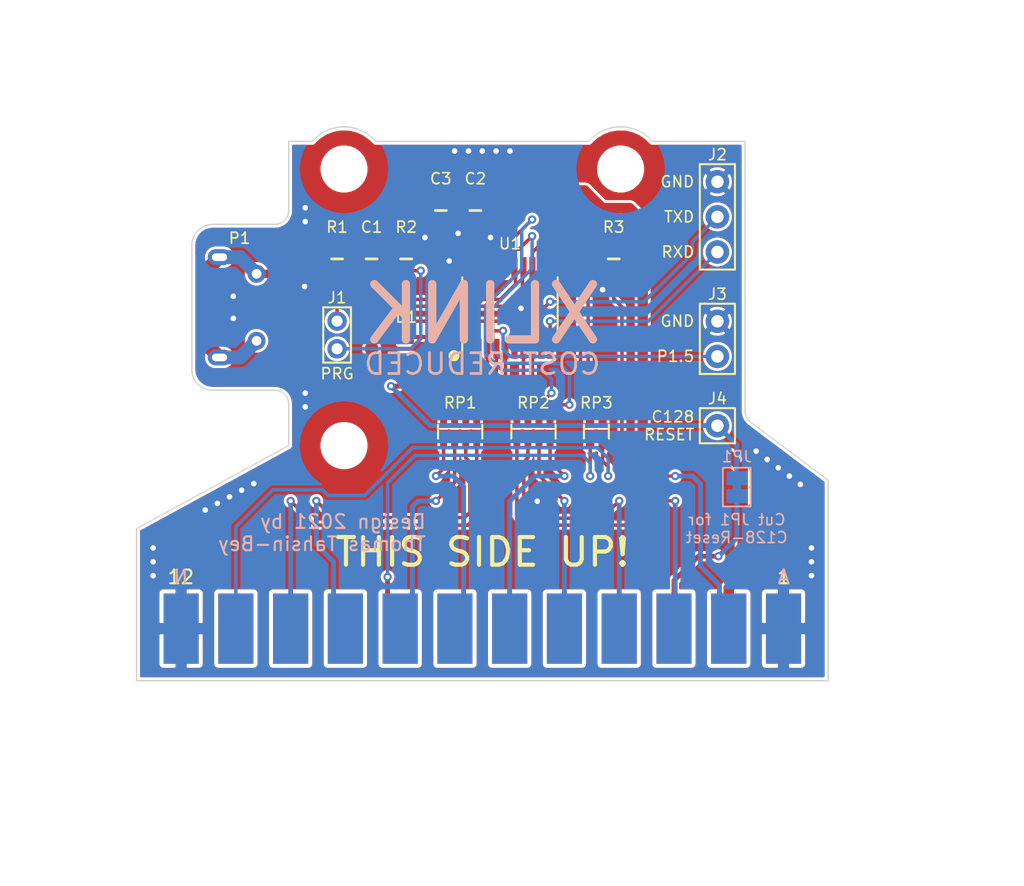
<source format=kicad_pcb>
(kicad_pcb (version 20171130) (host pcbnew "(5.1.6)-1")
  (layers (0 F.Cu signal) (31 B.Cu signal) (34 B.Paste user) (35 F.Paste user) (36 B.SilkS user) (37 F.SilkS user) (38 B.Mask user) (39 F.Mask user) (44 Edge.Cuts user))
  (net 0 "")
  (net 1 GND)
  (net 2 +5V)
  (net 3 "Net-(D1-Pad1)")
  (net 4 "Net-(C1-Pad2)")
  (net 5 "Net-(D1-Pad2)")
  (net 6 "Net-(P1-Pad2)")
  (net 7 "Net-(RP1-Pad1)")
  (net 8 "Net-(RP1-Pad2)")
  (net 9 "Net-(RP1-Pad4)")
  (net 10 "Net-(P2-PadH)")
  (net 11 "Net-(P2-PadJ)")
  (net 12 "Net-(P2-PadK)")
  (net 13 "Net-(P2-PadL)")
  (net 14 "Net-(RP2-Pad1)")
  (net 15 "Net-(RP2-Pad2)")
  (net 16 "Net-(RP2-Pad3)")
  (net 17 "Net-(RP2-Pad4)")
  (net 18 "Net-(P2-PadC)")
  (net 19 "Net-(P2-PadD)")
  (net 20 "Net-(P2-PadE)")
  (net 21 "Net-(P2-PadF)")
  (net 22 "Net-(RP3-Pad1)")
  (net 23 "Net-(P2-Pad8)")
  (net 24 "Net-(P2-PadB)")
  (net 25 "Net-(P2-PadM)")
  (net 26 +3V3)
  (net 27 "Net-(J1-Pad2)")
  (net 28 "Net-(J1-Pad1)")
  (net 29 "Net-(R3-Pad2)")
  (net 30 "Net-(RP3-Pad2)")
  (net 31 "Net-(J3-Pad2)")
  (net 32 "Net-(J2-Pad2)")
  (net 33 "Net-(JP1-Pad2)")
  (net 34 "Net-(J2-Pad3)")
  (net 35 "Net-(J5-Pad1)")
  (module TTB_MyLib:TTB_Pinhead_1x3_Rahmen (layer F.Cu) (at 172 81.46 270)
    (fp_text reference J2 (at -4.5 0) (layer F.SilkS) (effects (font (size 0.8 0.8) (thickness 0.12))))
    (fp_text value Serial hide)
    (pad 3 thru_hole circle (at 2.54 0 270) (size 1.7 1.7) (drill 0.9) (layers *.Cu *.Mask) (net 34 "Net-(J2-Pad3)"))
    (pad 2 thru_hole circle (at 0 0 270) (size 1.7 1.7) (drill 0.9) (layers *.Cu *.Mask) (net 32 "Net-(J2-Pad2)"))
    (pad 1 thru_hole circle (at -2.54 0 270) (size 1.7 1.7) (drill 0.9) (layers *.Cu *.Mask) (net 1 GND))
  )
  (module Mounting_Holes:MountingHole_3mm (layer F.Cu) (at 145 78)
    (fp_text reference MH1 hide)
    (fp_text value Hole hide)
    (pad 1 np_thru_hole circle (at 0 0) (size 3 3) (drill 3) (layers *.Cu *.Mask))
  )
  (module Mounting_Holes:MountingHole_3mm (layer F.Cu) (at 165 78)
    (fp_text reference MH2 hide)
    (fp_text value Hole hide)
    (pad 1 np_thru_hole circle (at 0 0) (size 3 3) (drill 3) (layers *.Cu *.Mask))
  )
  (module Mounting_Holes:MountingHole_3mm (layer F.Cu) (at 145 98)
    (fp_text reference MH3 hide)
    (fp_text value Hole hide)
    (pad 1 np_thru_hole circle (at 0 0) (size 3 3) (drill 3) (layers *.Cu *.Mask))
  )
  (module TTB_MyLib:TTB_C0603 (layer F.Cu) (at 152 81 270)
    (fp_text reference C3 (at -2.3 0) (layer F.SilkS) (effects (font (size 0.8 0.8) (thickness 0.12))))
    (fp_text value 100nF hide)
    (pad 1 smd rect (at -0.85 0 270) (size 1.1 1) (layers F.Cu F.Paste F.Mask) (net 1 GND))
    (pad 2 smd rect (at 0.85 0 270) (size 1.1 1) (layers F.Cu F.Paste F.Mask) (net 26 +3V3))
  )
  (module TTB_MyLib:TTB_C0603 (layer F.Cu) (at 154.5 81 270)
    (fp_text reference C2 (at -2.3 0) (layer F.SilkS) (effects (font (size 0.8 0.8) (thickness 0.12))))
    (fp_text value 100nF hide)
    (pad 1 smd rect (at -0.85 0 270) (size 1.1 1) (layers F.Cu F.Paste F.Mask) (net 1 GND))
    (pad 2 smd rect (at 0.85 0 270) (size 1.1 1) (layers F.Cu F.Paste F.Mask) (net 2 +5V))
  )
  (module TTB_MyLib:TTB_C0603 (layer F.Cu) (at 147 84.5 270)
    (fp_text reference C1 (at -2.3 0) (layer F.SilkS) (effects (font (size 0.8 0.8) (thickness 0.12))))
    (fp_text value 4,7nF hide)
    (pad 1 smd rect (at -0.85 0 270) (size 1.1 1) (layers F.Cu F.Paste F.Mask) (net 1 GND))
    (pad 2 smd rect (at 0.85 0 270) (size 1.1 1) (layers F.Cu F.Paste F.Mask) (net 4 "Net-(C1-Pad2)"))
  )
  (module TTB_MyLib:TTB_R0603 (layer F.Cu) (at 144.5 84.5 270)
    (fp_text reference R1 (at -2.3 0) (layer F.SilkS) (effects (font (size 0.8 0.8) (thickness 0.12))))
    (fp_text value 1M hide)
    (pad 1 smd rect (at -0.85 0 270) (size 1 1.1) (layers F.Cu F.Paste F.Mask) (net 1 GND))
    (pad 2 smd rect (at 0.85 0 270) (size 1 1.1) (layers F.Cu F.Paste F.Mask) (net 4 "Net-(C1-Pad2)"))
  )
  (module TTB_MyLib:TTB_RNet1206_4R (layer F.Cu) (at 158.7 97 180)
    (fp_text reference RP2 (at 0 2.1 180) (layer F.SilkS) (effects (font (size 0.8 0.8) (thickness 0.12))))
    (fp_text value 470R hide)
    (pad 1 smd rect (at -1.2 0.8 180) (size 0.5 0.9) (layers F.Cu F.Paste F.Mask) (net 14 "Net-(RP2-Pad1)"))
    (pad 2 smd rect (at -0.4 0.8 180) (size 0.5 0.9) (layers F.Cu F.Paste F.Mask) (net 15 "Net-(RP2-Pad2)"))
    (pad 3 smd rect (at 0.4 0.8 180) (size 0.5 0.9) (layers F.Cu F.Paste F.Mask) (net 16 "Net-(RP2-Pad3)"))
    (pad 4 smd rect (at 1.2 0.8 180) (size 0.5 0.9) (layers F.Cu F.Paste F.Mask) (net 17 "Net-(RP2-Pad4)"))
    (pad 5 smd rect (at 1.2 -0.8 180) (size 0.5 0.9) (layers F.Cu F.Paste F.Mask) (net 18 "Net-(P2-PadC)"))
    (pad 6 smd rect (at 0.4 -0.8 180) (size 0.5 0.9) (layers F.Cu F.Paste F.Mask) (net 19 "Net-(P2-PadD)"))
    (pad 7 smd rect (at -0.4 -0.8 180) (size 0.5 0.9) (layers F.Cu F.Paste F.Mask) (net 20 "Net-(P2-PadE)"))
    (pad 8 smd rect (at -1.2 -0.8 180) (size 0.5 0.9) (layers F.Cu F.Paste F.Mask) (net 21 "Net-(P2-PadF)"))
  )
  (module TTB_MyLib:TTB_RNet1206_4R (layer F.Cu) (at 153.4 97 180)
    (fp_text reference RP1 (at 0 2.1 180) (layer F.SilkS) (effects (font (size 0.8 0.8) (thickness 0.12))))
    (fp_text value 470R hide)
    (pad 1 smd rect (at -1.2 0.8 180) (size 0.5 0.9) (layers F.Cu F.Paste F.Mask) (net 7 "Net-(RP1-Pad1)"))
    (pad 2 smd rect (at -0.4 0.8 180) (size 0.5 0.9) (layers F.Cu F.Paste F.Mask) (net 8 "Net-(RP1-Pad2)"))
    (pad 3 smd rect (at 0.4 0.8 180) (size 0.5 0.9) (layers F.Cu F.Paste F.Mask) (net 31 "Net-(J3-Pad2)"))
    (pad 4 smd rect (at 1.2 0.8 180) (size 0.5 0.9) (layers F.Cu F.Paste F.Mask) (net 9 "Net-(RP1-Pad4)"))
    (pad 5 smd rect (at 1.2 -0.8 180) (size 0.5 0.9) (layers F.Cu F.Paste F.Mask) (net 10 "Net-(P2-PadH)"))
    (pad 6 smd rect (at 0.4 -0.8 180) (size 0.5 0.9) (layers F.Cu F.Paste F.Mask) (net 11 "Net-(P2-PadJ)"))
    (pad 7 smd rect (at -0.4 -0.8 180) (size 0.5 0.9) (layers F.Cu F.Paste F.Mask) (net 12 "Net-(P2-PadK)"))
    (pad 8 smd rect (at -1.2 -0.8 180) (size 0.5 0.9) (layers F.Cu F.Paste F.Mask) (net 13 "Net-(P2-PadL)"))
  )
  (module TTB_MyLib:TTB_D0603 (layer F.Cu) (at 149.5 91 270)
    (fp_text reference D1 (at -2.3 0) (layer F.SilkS) (effects (font (size 0.8 0.8) (thickness 0.12))))
    (fp_text value CD4148WTP hide)
    (pad 1 smd rect (at -0.85 0 270) (size 1 1.1) (layers F.Cu F.Paste F.Mask) (net 3 "Net-(D1-Pad1)"))
    (pad 2 smd rect (at 0.85 0 270) (size 1 1.1) (layers F.Cu F.Paste F.Mask) (net 5 "Net-(D1-Pad2)"))
  )
  (module TTB_MyLib:TTB_C64_Userport (layer F.Cu) (at 155 112.5)
    (fp_text reference P2 hide)
    (fp_text value C64_Userport hide)
    (pad 7 connect rect (at -1.9788 -1.27) (size 2.54 5.08) (layers F.Cu F.Mask) (clearance 0.3))
    (pad 6 connect rect (at 1.9788 -1.27) (size 2.54 5.08) (layers F.Cu F.Mask) (clearance 0.3))
    (pad 1 connect rect (at 21.7788 -1.27) (size 2.54 5.08) (layers F.Cu F.Mask) (net 1 GND) (clearance 0.3) (thermal_gap 0.3))
    (pad 2 connect rect (at 17.8188 -1.27) (size 2.54 5.08) (layers F.Cu F.Mask) (net 2 +5V) (clearance 0.3))
    (pad 3 connect rect (at 13.8588 -1.27) (size 2.54 5.08) (layers F.Cu F.Mask) (net 33 "Net-(JP1-Pad2)") (clearance 0.3))
    (pad 10 connect rect (at -13.8588 -1.27) (size 2.54 5.08) (layers F.Cu F.Mask) (clearance 0.3))
    (pad 11 connect rect (at -17.8188 -1.27) (size 2.54 5.08) (layers F.Cu F.Mask) (clearance 0.3))
    (pad 12 connect rect (at -21.7788 -1.27) (size 2.54 5.08) (layers F.Cu F.Mask) (net 1 GND) (clearance 0.3) (thermal_gap 0.3))
    (pad 4 connect rect (at 9.8988 -1.27) (size 2.54 5.08) (layers F.Cu F.Mask) (clearance 0.3))
    (pad 9 connect rect (at -9.8988 -1.27) (size 2.54 5.08) (layers F.Cu F.Mask) (clearance 0.3))
    (pad 5 connect rect (at 5.9388 -1.27) (size 2.54 5.08) (layers F.Cu F.Mask) (clearance 0.3))
    (pad 8 connect rect (at -5.9388 -1.27) (size 2.54 5.08) (layers F.Cu F.Mask) (net 23 "Net-(P2-Pad8)") (clearance 0.3))
    (pad A connect rect (at 21.7788 -1.27) (size 2.54 5.08) (layers B.Cu B.Mask) (net 1 GND) (clearance 0.3) (thermal_gap 0.3))
    (pad B connect rect (at 17.8188 -1.27) (size 2.54 5.08) (layers B.Cu B.Mask) (net 24 "Net-(P2-PadB)") (clearance 0.3))
    (pad C connect rect (at 13.8588 -1.27) (size 2.54 5.08) (layers B.Cu B.Mask) (net 18 "Net-(P2-PadC)") (clearance 0.3))
    (pad D connect rect (at 9.8988 -1.27) (size 2.54 5.08) (layers B.Cu B.Mask) (net 19 "Net-(P2-PadD)") (clearance 0.3))
    (pad E connect rect (at 5.9388 -1.27) (size 2.54 5.08) (layers B.Cu B.Mask) (net 20 "Net-(P2-PadE)") (clearance 0.3))
    (pad F connect rect (at 1.9788 -1.27) (size 2.54 5.08) (layers B.Cu B.Mask) (net 21 "Net-(P2-PadF)") (clearance 0.3))
    (pad H connect rect (at -1.9788 -1.27) (size 2.54 5.08) (layers B.Cu B.Mask) (net 10 "Net-(P2-PadH)") (clearance 0.3))
    (pad J connect rect (at -5.9388 -1.27) (size 2.54 5.08) (layers B.Cu B.Mask) (net 11 "Net-(P2-PadJ)") (clearance 0.3))
    (pad K connect rect (at -9.8988 -1.27) (size 2.54 5.08) (layers B.Cu B.Mask) (net 12 "Net-(P2-PadK)") (clearance 0.3))
    (pad L connect rect (at -13.8588 -1.27) (size 2.54 5.08) (layers B.Cu B.Mask) (net 13 "Net-(P2-PadL)") (clearance 0.3))
    (pad M connect rect (at -17.8188 -1.27) (size 2.54 5.08) (layers B.Cu B.Mask) (net 25 "Net-(P2-PadM)") (clearance 0.3))
    (pad N connect rect (at -21.7788 -1.27) (size 2.54 5.08) (layers B.Cu B.Mask) (net 1 GND) (clearance 0.3) (thermal_gap 0.3))
  )
  (module Housings_SSOP:TSSOP-20_4.4x6.5mm_Pitch0.65mm (layer F.Cu) (at 157 88.05 90)
    (fp_text reference U1 (at 4.65 0 180) (layer F.SilkS) (effects (font (size 0.8 0.8) (thickness 0.12))))
    (fp_text value CH552T)
    (pad 1 smd rect (at -2.95 -2.925 90) (size 1.45 0.45) (layers F.Cu F.Paste F.Mask) (net 3 "Net-(D1-Pad1)"))
    (pad 2 smd rect (at -2.95 -2.275 90) (size 1.45 0.45) (layers F.Cu F.Paste F.Mask) (net 9 "Net-(RP1-Pad4)"))
    (pad 3 smd rect (at -2.95 -1.625 90) (size 1.45 0.45) (layers F.Cu F.Paste F.Mask) (net 31 "Net-(J3-Pad2)"))
    (pad 4 smd rect (at -2.95 -0.975 90) (size 1.45 0.45) (layers F.Cu F.Paste F.Mask) (net 8 "Net-(RP1-Pad2)"))
    (pad 5 smd rect (at -2.95 -0.325 90) (size 1.45 0.45) (layers F.Cu F.Paste F.Mask) (net 7 "Net-(RP1-Pad1)"))
    (pad 6 smd rect (at -2.95 0.325 90) (size 1.45 0.45) (layers F.Cu F.Paste F.Mask) (net 35 "Net-(J5-Pad1)"))
    (pad 7 smd rect (at -2.95 0.975 90) (size 1.45 0.45) (layers F.Cu F.Paste F.Mask) (net 17 "Net-(RP2-Pad4)"))
    (pad 8 smd rect (at -2.95 1.625 90) (size 1.45 0.45) (layers F.Cu F.Paste F.Mask) (net 16 "Net-(RP2-Pad3)"))
    (pad 9 smd rect (at -2.95 2.275 90) (size 1.45 0.45) (layers F.Cu F.Paste F.Mask) (net 32 "Net-(J2-Pad2)"))
    (pad 10 smd rect (at -2.95 2.925 90) (size 1.45 0.45) (layers F.Cu F.Paste F.Mask) (net 34 "Net-(J2-Pad3)"))
    (pad 11 smd rect (at 2.95 2.925 90) (size 1.45 0.45) (layers F.Cu F.Paste F.Mask) (net 30 "Net-(RP3-Pad2)"))
    (pad 12 smd rect (at 2.95 2.275 90) (size 1.45 0.45) (layers F.Cu F.Paste F.Mask) (net 22 "Net-(RP3-Pad1)"))
    (pad 13 smd rect (at 2.95 1.625 90) (size 1.45 0.45) (layers F.Cu F.Paste F.Mask) (net 29 "Net-(R3-Pad2)"))
    (pad 14 smd rect (at 2.95 0.975 90) (size 1.45 0.45) (layers F.Cu F.Paste F.Mask) (net 27 "Net-(J1-Pad2)"))
    (pad 15 smd rect (at 2.95 0.325 90) (size 1.45 0.45) (layers F.Cu F.Paste F.Mask) (net 6 "Net-(P1-Pad2)"))
    (pad 16 smd rect (at 2.95 -0.325 90) (size 1.45 0.45) (layers F.Cu F.Paste F.Mask) (net 14 "Net-(RP2-Pad1)"))
    (pad 17 smd rect (at 2.95 -0.975 90) (size 1.45 0.45) (layers F.Cu F.Paste F.Mask) (net 15 "Net-(RP2-Pad2)"))
    (pad 18 smd rect (at 2.95 -1.625 90) (size 1.45 0.45) (layers F.Cu F.Paste F.Mask) (net 1 GND))
    (pad 19 smd rect (at 2.95 -2.275 90) (size 1.45 0.45) (layers F.Cu F.Paste F.Mask) (net 2 +5V))
    (pad 20 smd rect (at 2.95 -2.925 90) (size 1.45 0.45) (layers F.Cu F.Paste F.Mask) (net 26 +3V3))
  )
  (module TTB_MyLib:TTB_R0603 (layer F.Cu) (at 149.5 84.5 90)
    (fp_text reference R2 (at 2.3 0 180) (layer F.SilkS) (effects (font (size 0.8 0.8) (thickness 0.12))))
    (fp_text value 20k hide)
    (pad 1 smd rect (at -0.85 0 90) (size 1 1.1) (layers F.Cu F.Paste F.Mask) (net 28 "Net-(J1-Pad1)"))
    (pad 2 smd rect (at 0.85 0 90) (size 1 1.1) (layers F.Cu F.Paste F.Mask) (net 26 +3V3))
  )
  (module TTB_MyLib:TTB_R0603 (layer F.Cu) (at 164.5 84.5 90)
    (fp_text reference R3 (at 2.3 0 180) (layer F.SilkS) (effects (font (size 0.8 0.8) (thickness 0.12))))
    (fp_text value 180R hide)
    (pad 1 smd rect (at -0.85 0 90) (size 1 1.1) (layers F.Cu F.Paste F.Mask) (net 24 "Net-(P2-PadB)"))
    (pad 2 smd rect (at 0.85 0 90) (size 1 1.1) (layers F.Cu F.Paste F.Mask) (net 29 "Net-(R3-Pad2)"))
  )
  (module TTB_MyLib:TTB_RNet1206_2R (layer F.Cu) (at 163.25 97 180)
    (fp_text reference RP3 (at 0 2.1 180) (layer F.SilkS) (effects (font (size 0.8 0.8) (thickness 0.12))))
    (fp_text value 1k0 hide)
    (pad 1 smd rect (at -0.45 0.8 180) (size 0.6 0.9) (layers F.Cu F.Paste F.Mask) (net 22 "Net-(RP3-Pad1)"))
    (pad 2 smd rect (at 0.45 0.8 180) (size 0.6 0.9) (layers F.Cu F.Paste F.Mask) (net 30 "Net-(RP3-Pad2)"))
    (pad 3 smd rect (at 0.45 -0.8 180) (size 0.6 0.9) (layers F.Cu F.Paste F.Mask) (net 23 "Net-(P2-Pad8)"))
    (pad 4 smd rect (at -0.45 -0.8 180) (size 0.6 0.9) (layers F.Cu F.Paste F.Mask) (net 25 "Net-(P2-PadM)"))
  )
  (module TTB_MyLib:TTB_USB-B_Micro_LCSC_C10418 (layer F.Cu) (at 136 88 90)
    (fp_text reference P1 (at 5 1.45 180) (layer F.SilkS) (effects (font (size 0.8 0.8) (thickness 0.12))))
    (fp_text value USB_Micro hide)
    (pad 1 smd rect (at 1.3 3.2 90) (size 0.4 1.6) (layers F.Cu F.Paste F.Mask))
    (pad 2 smd rect (at 0.65 3.2 90) (size 0.4 1.6) (layers F.Cu F.Paste F.Mask) (net 6 "Net-(P1-Pad2)"))
    (pad 4 smd rect (at -0.65 3.2 90) (size 0.4 1.6) (layers F.Cu F.Paste F.Mask))
    (pad 5 smd rect (at -1.3 3.2 90) (size 0.4 1.6) (layers F.Cu F.Paste F.Mask) (net 1 GND))
    (pad 3 smd rect (at 0 3.2 90) (size 0.4 1.6) (layers F.Cu F.Paste F.Mask) (net 27 "Net-(J1-Pad2)"))
    (pad 6 thru_hole circle (at 2.425 2.68 90) (size 1.3 1.3) (drill 0.7) (layers *.Cu *.Mask) (net 4 "Net-(C1-Pad2)"))
    (pad 6 thru_hole circle (at -2.425 2.68 90) (size 1.3 1.3) (drill 0.7) (layers *.Cu *.Mask) (net 4 "Net-(C1-Pad2)"))
    (pad 6 thru_hole oval (at 3.625 0 90) (size 1.15 1.7) (drill oval 0.55 1.1) (layers *.Cu *.Mask) (net 4 "Net-(C1-Pad2)"))
    (pad 6 thru_hole oval (at -3.625 0 90) (size 1.15 1.7) (drill oval 0.55 1.1) (layers *.Cu *.Mask) (net 4 "Net-(C1-Pad2)"))
    (pad 6 smd rect (at -1.6 -0.9 90) (size 1.5 1) (layers F.Cu F.Paste F.Mask) (net 4 "Net-(C1-Pad2)"))
    (pad 6 smd rect (at 1.6 -0.9 90) (size 1.5 1) (layers F.Cu F.Paste F.Mask) (net 4 "Net-(C1-Pad2)"))
  )
  (module TTB_MyLib:TTB_Pinhead_1x2_Rahmen (layer F.Cu) (at 172 90.28 270)
    (fp_text reference J3 (at -3.23 0) (layer F.SilkS) (effects (font (size 0.8 0.8) (thickness 0.12))))
    (fp_text value Prog hide)
    (pad 1 thru_hole circle (at -1.27 0 270) (size 1.7 1.7) (drill 0.9) (layers *.Cu *.Mask) (net 1 GND))
    (pad 2 thru_hole circle (at 1.27 0 270) (size 1.7 1.7) (drill 0.9) (layers *.Cu *.Mask) (net 31 "Net-(J3-Pad2)"))
  )
  (module TTB_MyLib:TTB_Pinhead_2x1_2mm (layer F.Cu) (at 144.5 90)
    (fp_text reference J1 (at 0 -2.7) (layer F.SilkS) (effects (font (size 0.8 0.8) (thickness 0.12))))
    (fp_text value Prog hide)
    (pad 1 thru_hole circle (at 0 1) (size 1.4 1.4) (drill 0.8) (layers *.Cu *.Mask) (net 28 "Net-(J1-Pad1)"))
    (pad 2 thru_hole circle (at 0 -1) (size 1.4 1.4) (drill 0.8) (layers *.Cu *.Mask) (net 27 "Net-(J1-Pad2)"))
  )
  (module TTB_MyLib:TTB_Pinhead_1x1_Rahmen (layer F.Cu) (at 172 96.56 270)
    (fp_text reference J4 (at -1.96 0) (layer F.SilkS) (effects (font (size 0.8 0.8) (thickness 0.12))))
    (fp_text value C128-Reset hide)
    (pad 1 thru_hole circle (at 0 0 270) (size 1.7 1.7) (drill 0.9) (layers *.Cu *.Mask) (net 5 "Net-(D1-Pad2)"))
  )
  (module Jumper:SolderJumper-2_P1.3mm_Bridged_Pad1.0x1.5mm (layer B.Cu) (at 173.4 101 270)
    (fp_text reference JP1 (at -2.2 0 180) (layer B.SilkS) (effects (font (size 0.8 0.8) (thickness 0.12)) (justify mirror)))
    (fp_text value "Cut for C128-Reset" hide)
    (fp_poly (pts (xy -0.25 0.3) (xy 0.25 0.3) (xy 0.25 -0.3) (xy -0.25 -0.3)) (layer B.Cu) (width 0))
    (pad 1 smd rect (at -0.65 0 270) (size 1 1.5) (layers B.Cu B.Mask) (net 5 "Net-(D1-Pad2)"))
    (pad 2 smd rect (at 0.65 0 270) (size 1 1.5) (layers B.Cu B.Mask) (net 33 "Net-(JP1-Pad2)"))
  )
  (module Measurement_Points:Measurement_Point_Round-SMD-Pad_Small (layer F.Cu) (at 147 91)
    (fp_text reference J5 hide)
    (fp_text value Reset hide)
    (pad 1 smd circle (at 0 0) (size 1 1) (layers F.Cu F.Mask) (net 35 "Net-(J5-Pad1)"))
  )
  (gr_text XLINK (at 155 88.5) (layer B.SilkS) (effects (font (size 4 4) (thickness 0.6)) (justify mirror)))
  (gr_text "Cut JP1 for\nC128-Reset" (at 173.4 104) (layer B.SilkS) (effects (font (size 0.8 0.8) (thickness 0.12)) (justify mirror)))
  (gr_text "C128\nRESET" (at 170.4 96.56) (layer F.SilkS) (effects (font (size 0.8 0.8) (thickness 0.12)) (justify right)))
  (gr_text PRG (at 144.5 92.8) (layer F.SilkS) (effects (font (size 0.8 0.8) (thickness 0.12))))
  (gr_text P1.5 (at 170.4 91.54) (layer F.SilkS) (effects (font (size 0.8 0.8) (thickness 0.12)) (justify right)))
  (gr_text GND (at 170.4 89) (layer F.SilkS) (effects (font (size 0.8 0.8) (thickness 0.12)) (justify right)))
  (gr_text RXD (at 170.4 84) (layer F.SilkS) (effects (font (size 0.8 0.8) (thickness 0.12)) (justify right)))
  (gr_text TXD (at 170.4 81.46) (layer F.SilkS) (effects (font (size 0.8 0.8) (thickness 0.12)) (justify right)))
  (gr_text GND (at 170.4 78.92) (layer F.SilkS) (effects (font (size 0.8 0.8) (thickness 0.12)) (justify right)))
  (gr_arc (start 175 95.5) (end 174.4 96.3) (angle 53.1) (layer Edge.Cuts) (width 0.1))
  (gr_line (start 174.4 96.3) (end 180 100.5) (layer Edge.Cuts) (width 0.1))
  (gr_line (start 174 76) (end 174 95.500525) (layer Edge.Cuts) (width 0.1))
  (gr_text "COST REDUCED" (at 155 92.1) (layer B.SilkS) (effects (font (size 1.5 1.5) (thickness 0.2)) (justify mirror)))
  (gr_arc (start 140 95) (end 140 94) (angle 90) (layer Edge.Cuts) (width 0.1))
  (gr_arc (start 140 81) (end 141 81) (angle 90) (layer Edge.Cuts) (width 0.1))
  (gr_circle (center 152.95 91.5) (end 153.15 91.5) (layer F.SilkS) (width 0.4))
  (gr_arc (start 135.5 92.5) (end 135.5 94) (angle 90) (layer Edge.Cuts) (width 0.1))
  (gr_arc (start 135.5 83.5) (end 134 83.5) (angle 90) (layer Edge.Cuts) (width 0.1))
  (gr_text "THIS SIDE UP!" (at 155 105.7) (layer F.SilkS) (effects (font (size 2 2) (thickness 0.3))))
  (gr_text "Design 2021 by\nThomas Tahsin-Bey" (at 151 104.3) (layer B.SilkS) (effects (font (size 1 1)) (justify left mirror)))
  (gr_text A (at 176.8 107.5) (layer B.SilkS) (effects (font (size 1 1)) (justify mirror)))
  (gr_text N (at 133.2 107.5) (layer B.SilkS) (effects (font (size 1 1)) (justify mirror)))
  (gr_text 1 (at 176.8 107.5) (layer F.SilkS) (effects (font (size 1 1))))
  (gr_text 12 (at 133.2 107.5) (layer F.SilkS) (effects (font (size 1 1))))
  (gr_arc (start 165 78) (end 162.7 76) (angle 97.9818262) (layer Edge.Cuts) (width 0.1))
  (gr_arc (start 145 78) (end 142.7 76) (angle 97.9818262) (layer Edge.Cuts) (width 0.1))
  (gr_line (start 147.3 76) (end 162.7 76) (layer Edge.Cuts) (width 0.1))
  (gr_line (start 167.3 76) (end 174 76) (layer Edge.Cuts) (width 0.1))
  (gr_line (start 141 76) (end 142.7 76) (layer Edge.Cuts) (width 0.1))
  (gr_line (start 141 76) (end 141 81) (layer Edge.Cuts) (width 0.1))
  (gr_line (start 130 104) (end 141 98) (layer Edge.Cuts) (width 0.1))
  (gr_line (start 135.5 82) (end 140 82) (layer Edge.Cuts) (width 0.1))
  (gr_line (start 135.5 94) (end 140 94) (layer Edge.Cuts) (width 0.1))
  (gr_line (start 134 83.5) (end 134 92.5) (layer Edge.Cuts) (width 0.1))
  (gr_line (start 141 95) (end 141 98) (layer Edge.Cuts) (width 0.1))
  (gr_line (start 180 115) (end 180 100.5) (layer Edge.Cuts) (width 0.1))
  (gr_line (start 130 115) (end 130 104) (layer Edge.Cuts) (width 0.1))
  (gr_line (start 130 115) (end 180 115) (layer Edge.Cuts) (width 0.1))
  (segment (start 141.15 89.75) (end 140.7 89.3) (width 0.25) (layer F.Cu) (net 1))
  (segment (start 142.2 94.2) (end 142.2 93.15) (width 0.25) (layer F.Cu) (net 1))
  (segment (start 141.15 89.75) (end 141.15 92.1) (width 0.25) (layer F.Cu) (net 1))
  (segment (start 141.15 92.1) (end 142.2 93.15) (width 0.25) (layer F.Cu) (net 1))
  (via (at 142.15 86.5) (size 0.8) (drill 0.4) (layers F.Cu B.Cu) (net 1))
  (segment (start 142.15 86.5) (end 143 85.65) (width 0.25) (layer B.Cu) (net 1))
  (segment (start 143 85.65) (end 143.6 85.65) (width 0.25) (layer B.Cu) (net 1))
  (segment (start 143.6 85.65) (end 146.3 82.95) (width 0.25) (layer B.Cu) (net 1))
  (segment (start 146.3 82.95) (end 150.85 82.95) (width 0.25) (layer B.Cu) (net 1))
  (segment (start 137.59829 101.224047) (end 137.997581 101.224047) (width 0.25) (layer F.Cu) (net 1))
  (segment (start 137.997581 101.224047) (end 138.476272 100.745356) (width 0.25) (layer F.Cu) (net 1))
  (segment (start 136.720308 101.702738) (end 137.119599 101.702738) (width 0.25) (layer F.Cu) (net 1))
  (segment (start 137.119599 101.702738) (end 137.59829 101.224047) (width 0.25) (layer F.Cu) (net 1))
  (segment (start 135.842326 102.181429) (end 136.241617 102.181429) (width 0.25) (layer F.Cu) (net 1))
  (segment (start 136.241617 102.181429) (end 136.720308 101.702738) (width 0.25) (layer F.Cu) (net 1))
  (segment (start 134.964344 102.66012) (end 135.363635 102.66012) (width 0.25) (layer F.Cu) (net 1))
  (segment (start 135.363635 102.66012) (end 135.842326 102.181429) (width 0.25) (layer F.Cu) (net 1))
  (via (at 138.476272 100.745356) (size 0.6) (drill 0.4) (layers F.Cu B.Cu) (net 1))
  (via (at 137.59829 101.224047) (size 0.6) (drill 0.4) (layers F.Cu B.Cu) (net 1))
  (via (at 136.720308 101.702738) (size 0.6) (drill 0.4) (layers F.Cu B.Cu) (net 1))
  (via (at 135.842326 102.181429) (size 0.6) (drill 0.4) (layers F.Cu B.Cu) (net 1))
  (segment (start 134.25 104.25) (end 134.964344 103.535656) (width 0.25) (layer F.Cu) (net 1))
  (segment (start 134.964344 103.535656) (end 134.964344 102.66012) (width 0.25) (layer F.Cu) (net 1))
  (via (at 134.964344 102.66012) (size 0.6) (drill 0.4) (layers F.Cu B.Cu) (net 1))
  (segment (start 134.25 104.25) (end 132.35 104.25) (width 0.25) (layer F.Cu) (net 1))
  (segment (start 132.35 104.25) (end 131.2 105.4) (width 0.25) (layer F.Cu) (net 1))
  (segment (start 142.2 80.8) (end 147.05 80.8) (width 0.25) (layer F.Cu) (net 1))
  (segment (start 147.05 80.8) (end 148.8 79.05) (width 0.25) (layer F.Cu) (net 1))
  (segment (start 142.2 81.8) (end 142.2 80.8) (width 0.25) (layer F.Cu) (net 1))
  (segment (start 141.4 83.35) (end 142.2 82.55) (width 0.25) (layer F.Cu) (net 1))
  (segment (start 142.2 82.55) (end 142.2 81.8) (width 0.25) (layer F.Cu) (net 1))
  (segment (start 156 76.7) (end 157 76.7) (width 0.25) (layer F.Cu) (net 1))
  (segment (start 155 76.7) (end 156 76.7) (width 0.25) (layer F.Cu) (net 1))
  (segment (start 154 76.7) (end 155 76.7) (width 0.25) (layer F.Cu) (net 1))
  (segment (start 153 76.7) (end 154 76.7) (width 0.25) (layer F.Cu) (net 1))
  (segment (start 149.65 76.7) (end 153 76.7) (width 0.25) (layer F.Cu) (net 1))
  (segment (start 148.8 77.55) (end 149.65 76.7) (width 0.25) (layer F.Cu) (net 1))
  (segment (start 148.8 79.05) (end 148.8 77.55) (width 0.25) (layer F.Cu) (net 1))
  (via (at 153 76.7) (size 0.6) (drill 0.4) (layers F.Cu B.Cu) (net 1))
  (via (at 157 76.7) (size 0.6) (drill 0.4) (layers F.Cu B.Cu) (net 1))
  (via (at 156 76.7) (size 0.6) (drill 0.4) (layers F.Cu B.Cu) (net 1))
  (via (at 155 76.7) (size 0.6) (drill 0.4) (layers F.Cu B.Cu) (net 1))
  (via (at 154 76.7) (size 0.6) (drill 0.4) (layers F.Cu B.Cu) (net 1))
  (segment (start 139.05 83.35) (end 141.4 83.35) (width 0.25) (layer F.Cu) (net 1))
  (segment (start 137 85.4) (end 139.05 83.35) (width 0.25) (layer F.Cu) (net 1))
  (segment (start 137 87.2) (end 137 85.4) (width 0.25) (layer F.Cu) (net 1))
  (via (at 142.2 80.8) (size 0.6) (drill 0.4) (layers F.Cu B.Cu) (net 1))
  (via (at 142.2 81.8) (size 0.6) (drill 0.4) (layers F.Cu B.Cu) (net 1))
  (via (at 150.85 82.95) (size 0.8) (drill 0.4) (layers F.Cu B.Cu) (net 1))
  (segment (start 137 88.8) (end 137 87.2) (width 0.25) (layer F.Cu) (net 1))
  (via (at 137 87.2) (size 0.6) (drill 0.4) (layers F.Cu B.Cu) (net 1))
  (segment (start 139.2 89.3) (end 137.5 89.3) (width 0.25) (layer F.Cu) (net 1))
  (segment (start 137.5 89.3) (end 137 88.8) (width 0.25) (layer F.Cu) (net 1))
  (via (at 137 88.8) (size 0.6) (drill 0.4) (layers F.Cu B.Cu) (net 1))
  (segment (start 140.7 89.3) (end 139.2 89.3) (width 0.25) (layer F.Cu) (net 1))
  (segment (start 154.3 82.65) (end 154.6 82.95) (width 0.25) (layer B.Cu) (net 1))
  (segment (start 154.6 82.95) (end 155.6 82.95) (width 0.25) (layer B.Cu) (net 1))
  (segment (start 153.25 82.65) (end 154.3 82.65) (width 0.25) (layer B.Cu) (net 1))
  (via (at 153.25 82.65) (size 0.8) (drill 0.4) (layers F.Cu B.Cu) (net 1))
  (segment (start 155.375 83.625) (end 155.6 83.4) (width 0.25) (layer F.Cu) (net 1))
  (segment (start 155.6 83.4) (end 155.6 82.95) (width 0.25) (layer F.Cu) (net 1))
  (via (at 155.6 82.95) (size 0.8) (drill 0.4) (layers F.Cu B.Cu) (net 1))
  (segment (start 155.375 85.1) (end 155.375 83.625) (width 0.25) (layer F.Cu) (net 1))
  (segment (start 175.6 99) (end 175.4 99) (width 0.25) (layer F.Cu) (net 1))
  (segment (start 175.4 99) (end 174.8 98.4) (width 0.25) (layer F.Cu) (net 1))
  (segment (start 176.4 99.6) (end 176.2 99.6) (width 0.25) (layer F.Cu) (net 1))
  (segment (start 176.2 99.6) (end 175.6 99) (width 0.25) (layer F.Cu) (net 1))
  (segment (start 177.2 100.2) (end 177 100.2) (width 0.25) (layer F.Cu) (net 1))
  (segment (start 177 100.2) (end 176.4 99.6) (width 0.25) (layer F.Cu) (net 1))
  (segment (start 178 100.8) (end 177.8 100.8) (width 0.25) (layer F.Cu) (net 1))
  (segment (start 177.8 100.8) (end 177.2 100.2) (width 0.25) (layer F.Cu) (net 1))
  (segment (start 178.8 102.4) (end 178.8 101.6) (width 0.25) (layer F.Cu) (net 1))
  (segment (start 178.8 101.6) (end 178 100.8) (width 0.25) (layer F.Cu) (net 1))
  (via (at 178 100.8) (size 0.6) (drill 0.4) (layers F.Cu B.Cu) (net 1))
  (segment (start 142.2 98.2) (end 142.2 95.2) (width 0.25) (layer F.Cu) (net 1))
  (via (at 142.2 95.2) (size 0.6) (drill 0.4) (layers F.Cu B.Cu) (net 1))
  (segment (start 142.2 95.2) (end 142.2 94.2) (width 0.25) (layer F.Cu) (net 1))
  (via (at 142.2 94.2) (size 0.6) (drill 0.4) (layers F.Cu B.Cu) (net 1))
  (segment (start 142.2 98.2) (end 135 105.4) (width 0.25) (layer F.Cu) (net 1))
  (segment (start 135 105.4) (end 131.2 105.4) (width 0.25) (layer F.Cu) (net 1))
  (segment (start 131.2 106.4) (end 131.2 105.4) (width 0.25) (layer F.Cu) (net 1))
  (via (at 131.2 105.4) (size 0.6) (drill 0.4) (layers F.Cu B.Cu) (net 1))
  (segment (start 131.2 107.4) (end 131.2 106.4) (width 0.25) (layer F.Cu) (net 1))
  (via (at 131.2 106.4) (size 0.6) (drill 0.4) (layers F.Cu B.Cu) (net 1))
  (segment (start 133.2212 108.0212) (end 132.6 107.4) (width 0.25) (layer F.Cu) (net 1))
  (segment (start 132.6 107.4) (end 131.2 107.4) (width 0.25) (layer F.Cu) (net 1))
  (via (at 131.2 107.4) (size 0.6) (drill 0.4) (layers F.Cu B.Cu) (net 1))
  (segment (start 133.2212 111.23) (end 133.2212 108.0212) (width 0.25) (layer F.Cu) (net 1))
  (segment (start 133.2212 111.23) (end 133.2212 107.8212) (width 0.25) (layer F.Cu) (net 1))
  (via (at 174.8 98.4) (size 0.6) (drill 0.4) (layers F.Cu B.Cu) (net 1))
  (via (at 175.6 99) (size 0.6) (drill 0.4) (layers F.Cu B.Cu) (net 1))
  (via (at 176.4 99.6) (size 0.6) (drill 0.4) (layers F.Cu B.Cu) (net 1))
  (via (at 177.2 100.2) (size 0.6) (drill 0.4) (layers F.Cu B.Cu) (net 1))
  (segment (start 178.8 105.4) (end 178.8 102.4) (width 0.25) (layer F.Cu) (net 1))
  (via (at 178.8 105.4) (size 0.6) (drill 0.4) (layers F.Cu B.Cu) (net 1))
  (segment (start 178.8 106.4) (end 178.8 105.4) (width 0.25) (layer F.Cu) (net 1))
  (via (at 178.8 106.4) (size 0.6) (drill 0.4) (layers F.Cu B.Cu) (net 1))
  (segment (start 178.8 107.4) (end 178.8 106.4) (width 0.25) (layer F.Cu) (net 1))
  (segment (start 177.2 107.4) (end 178.8 107.4) (width 0.25) (layer F.Cu) (net 1))
  (via (at 178.8 107.4) (size 0.6) (drill 0.4) (layers F.Cu B.Cu) (net 1))
  (segment (start 176.7788 107.8212) (end 177.2 107.4) (width 0.25) (layer F.Cu) (net 1))
  (segment (start 176.7788 111.23) (end 176.7788 107.8212) (width 0.25) (layer F.Cu) (net 1))
  (via (at 163.7 86.725) (size 0.8) (drill 0.4) (layers F.Cu B.Cu) (net 1))
  (via (at 158.975 102.025) (size 0.8) (drill 0.4) (layers F.Cu B.Cu) (net 1))
  (segment (start 155.6 82.95) (end 155.6 81.25) (width 0.25) (layer B.Cu) (net 1))
  (segment (start 155.6 81.25) (end 156.625 80.225) (width 0.25) (layer B.Cu) (net 1))
  (segment (start 156.625 80.225) (end 160.6 80.225) (width 0.25) (layer B.Cu) (net 1))
  (segment (start 160.6 80.225) (end 162.4 82.025) (width 0.25) (layer B.Cu) (net 1))
  (segment (start 162.4 85.425) (end 163.7 86.725) (width 0.25) (layer B.Cu) (net 1))
  (segment (start 162.4 82.025) (end 162.4 85.425) (width 0.25) (layer B.Cu) (net 1))
  (via (at 152.6 84.65) (size 0.8) (drill 0.4) (layers F.Cu B.Cu) (net 1))
  (segment (start 150.85 83.825) (end 150.85 82.95) (width 0.25) (layer B.Cu) (net 1))
  (segment (start 152.6 84.65) (end 151.675 84.65) (width 0.25) (layer B.Cu) (net 1))
  (segment (start 151.675 84.65) (end 150.85 83.825) (width 0.25) (layer B.Cu) (net 1))
  (segment (start 153.25 83.25) (end 153.25 82.65) (width 0.25) (layer B.Cu) (net 1))
  (segment (start 152.6 84.65) (end 152.6 83.9) (width 0.25) (layer B.Cu) (net 1))
  (segment (start 152.6 83.9) (end 153.25 83.25) (width 0.25) (layer B.Cu) (net 1))
  (segment (start 159.15 86.725) (end 163.7 86.725) (width 0.25) (layer B.Cu) (net 1))
  (via (at 157.8 88.075) (size 0.8) (drill 0.4) (layers F.Cu B.Cu) (net 1))
  (segment (start 157.8 88.075) (end 159.15 86.725) (width 0.25) (layer B.Cu) (net 1))
  (segment (start 154.725 85.1) (end 154.725 83.225) (width 0.4) (layer F.Cu) (net 2))
  (segment (start 154.5 83) (end 154.5 81.85) (width 0.4) (layer F.Cu) (net 2))
  (segment (start 154.725 83.225) (end 154.5 83) (width 0.4) (layer F.Cu) (net 2))
  (segment (start 172.8188 108.3062) (end 172.8188 111.23) (width 0.75) (layer F.Cu) (net 2))
  (segment (start 173.825 107.3) (end 172.8188 108.3062) (width 0.75) (layer F.Cu) (net 2))
  (segment (start 173.825 99.7) (end 173.825 107.3) (width 0.75) (layer F.Cu) (net 2))
  (segment (start 172.825 98.7) (end 173.825 99.7) (width 0.75) (layer F.Cu) (net 2))
  (segment (start 156.8 79.55) (end 162.4 79.55) (width 0.75) (layer F.Cu) (net 2))
  (segment (start 156.25 80.1) (end 156.8 79.55) (width 0.75) (layer F.Cu) (net 2))
  (segment (start 154.5 81.85) (end 155.65 81.85) (width 0.75) (layer F.Cu) (net 2))
  (segment (start 156.25 81.25) (end 156.25 80.1) (width 0.75) (layer F.Cu) (net 2))
  (segment (start 155.65 81.85) (end 156.25 81.25) (width 0.75) (layer F.Cu) (net 2))
  (segment (start 165.65 80.825) (end 166.6 81.775) (width 0.75) (layer F.Cu) (net 2))
  (segment (start 162.4 79.55) (end 163.675 80.825) (width 0.75) (layer F.Cu) (net 2))
  (segment (start 163.675 80.825) (end 165.65 80.825) (width 0.75) (layer F.Cu) (net 2))
  (segment (start 166.6 81.775) (end 166.6 97.85) (width 0.75) (layer F.Cu) (net 2))
  (segment (start 166.6 97.85) (end 167.45 98.7) (width 0.75) (layer F.Cu) (net 2))
  (segment (start 167.45 98.7) (end 172.825 98.7) (width 0.75) (layer F.Cu) (net 2))
  (segment (start 152.15 90.15) (end 149.5 90.15) (width 0.3) (layer F.Cu) (net 3))
  (segment (start 152.725 89.575) (end 152.15 90.15) (width 0.3) (layer F.Cu) (net 3))
  (segment (start 153.75 89.575) (end 152.725 89.575) (width 0.3) (layer F.Cu) (net 3))
  (segment (start 154.075 91) (end 154.075 89.9) (width 0.3) (layer F.Cu) (net 3))
  (segment (start 154.075 89.9) (end 153.75 89.575) (width 0.3) (layer F.Cu) (net 3))
  (segment (start 139.85 85.35) (end 139.625 85.575) (width 0.6) (layer F.Cu) (net 4))
  (segment (start 139.625 85.575) (end 138.68 85.575) (width 0.6) (layer F.Cu) (net 4))
  (segment (start 144.5 85.35) (end 139.85 85.35) (width 0.6) (layer F.Cu) (net 4))
  (segment (start 135.1 89.6) (end 135.1 90.725) (width 1) (layer F.Cu) (net 4))
  (segment (start 135.1 90.725) (end 136 91.625) (width 1) (layer F.Cu) (net 4))
  (segment (start 135.1 86.4) (end 135.1 89.6) (width 1) (layer F.Cu) (net 4))
  (segment (start 136 84.375) (end 135.1 85.275) (width 1) (layer F.Cu) (net 4))
  (segment (start 135.1 85.275) (end 135.1 86.4) (width 1) (layer F.Cu) (net 4))
  (segment (start 138.68 90.425) (end 137.48 91.625) (width 1) (layer B.Cu) (net 4))
  (segment (start 137.48 91.625) (end 136 91.625) (width 1) (layer B.Cu) (net 4))
  (segment (start 138.68 85.575) (end 137.48 84.375) (width 1) (layer B.Cu) (net 4))
  (segment (start 137.48 84.375) (end 136 84.375) (width 1) (layer B.Cu) (net 4))
  (segment (start 144.5 85.35) (end 147 85.35) (width 0.6) (layer F.Cu) (net 4))
  (via (at 148.4 93.7) (size 0.6) (drill 0.3) (layers F.Cu B.Cu) (net 5))
  (segment (start 171.99 96.55) (end 172 96.56) (width 0.35) (layer B.Cu) (net 5))
  (segment (start 148.4 93.7) (end 151.25 96.55) (width 0.35) (layer B.Cu) (net 5))
  (segment (start 151.25 96.55) (end 171.99 96.55) (width 0.35) (layer B.Cu) (net 5))
  (segment (start 173.4 97.96) (end 172 96.56) (width 0.35) (layer B.Cu) (net 5))
  (segment (start 173.4 97.96) (end 173.4 100.35) (width 0.35) (layer B.Cu) (net 5))
  (segment (start 148.975 93.7) (end 148.4 93.7) (width 0.35) (layer F.Cu) (net 5))
  (segment (start 149.5 91.85) (end 149.5 93.175) (width 0.35) (layer F.Cu) (net 5))
  (segment (start 149.5 93.175) (end 148.975 93.7) (width 0.35) (layer F.Cu) (net 5))
  (segment (start 140.92 87.35) (end 139.2 87.35) (width 0.25) (layer F.Cu) (net 6))
  (segment (start 157.4 85.175) (end 157.4 86.325) (width 0.25) (layer F.Cu) (net 6))
  (segment (start 141 87.43) (end 140.92 87.35) (width 0.25) (layer F.Cu) (net 6))
  (segment (start 157.325 85.1) (end 157.4 85.175) (width 0.25) (layer F.Cu) (net 6))
  (segment (start 156.295 87.43) (end 141 87.43) (width 0.25) (layer F.Cu) (net 6))
  (segment (start 157.4 86.325) (end 156.295 87.43) (width 0.25) (layer F.Cu) (net 6))
  (segment (start 154.6 95.05) (end 154.6 96.2) (width 0.25) (layer F.Cu) (net 7))
  (segment (start 156.675 91) (end 156.675 92.975) (width 0.25) (layer F.Cu) (net 7))
  (segment (start 156.675 92.975) (end 154.6 95.05) (width 0.25) (layer F.Cu) (net 7))
  (segment (start 153.8 95.05) (end 153.8 96.2) (width 0.25) (layer F.Cu) (net 8))
  (segment (start 156.025 91) (end 156.025 92.825) (width 0.25) (layer F.Cu) (net 8))
  (segment (start 156.025 92.825) (end 153.8 95.05) (width 0.25) (layer F.Cu) (net 8))
  (segment (start 152.2 95.05) (end 152.2 96.2) (width 0.25) (layer F.Cu) (net 9))
  (segment (start 154.725 91) (end 154.725 92.525) (width 0.25) (layer F.Cu) (net 9))
  (segment (start 154.725 92.525) (end 152.2 95.05) (width 0.25) (layer F.Cu) (net 9))
  (via (at 151.65 100.2) (size 0.6) (drill 0.3) (layers F.Cu B.Cu) (net 10))
  (segment (start 152.2 99.65) (end 152.2 97.8) (width 0.25) (layer F.Cu) (net 10))
  (segment (start 151.65 100.2) (end 152.2 99.65) (width 0.25) (layer F.Cu) (net 10))
  (segment (start 152.9 100.2) (end 151.65 100.2) (width 0.35) (layer B.Cu) (net 10))
  (segment (start 153.65 100.95) (end 152.9 100.2) (width 0.35) (layer B.Cu) (net 10))
  (segment (start 153.0212 111.23) (end 153.65 110.6012) (width 0.35) (layer B.Cu) (net 10))
  (segment (start 153.65 110.6012) (end 153.65 100.95) (width 0.35) (layer B.Cu) (net 10))
  (via (at 151.65 102) (size 0.6) (drill 0.3) (layers F.Cu B.Cu) (net 11))
  (segment (start 153 100.65) (end 153 97.8) (width 0.25) (layer F.Cu) (net 11))
  (segment (start 151.65 102) (end 153 100.65) (width 0.25) (layer F.Cu) (net 11))
  (segment (start 150.35 102) (end 151.65 102) (width 0.35) (layer B.Cu) (net 11))
  (segment (start 149.95 102.4) (end 150.35 102) (width 0.35) (layer B.Cu) (net 11))
  (segment (start 149.0612 111.23) (end 149.95 110.3412) (width 0.35) (layer B.Cu) (net 11))
  (segment (start 149.95 110.3412) (end 149.95 102.4) (width 0.35) (layer B.Cu) (net 11))
  (segment (start 145.1012 111.23) (end 144.25 110.3788) (width 0.35) (layer B.Cu) (net 12))
  (segment (start 144.25 110.3788) (end 144.25 106.4) (width 0.35) (layer B.Cu) (net 12))
  (segment (start 144.25 106.4) (end 143 105.15) (width 0.35) (layer B.Cu) (net 12))
  (segment (start 143 105.15) (end 143 102) (width 0.35) (layer B.Cu) (net 12))
  (via (at 143 102) (size 0.6) (drill 0.3) (layers F.Cu B.Cu) (net 12))
  (segment (start 153.8 98.875) (end 153.8 97.8) (width 0.25) (layer F.Cu) (net 12))
  (segment (start 144.2 103.2) (end 153.725 103.2) (width 0.25) (layer F.Cu) (net 12))
  (segment (start 143 102) (end 144.2 103.2) (width 0.25) (layer F.Cu) (net 12))
  (segment (start 153.725 103.2) (end 154.1 102.825) (width 0.25) (layer F.Cu) (net 12))
  (segment (start 154.1 102.825) (end 154.1 99.175) (width 0.25) (layer F.Cu) (net 12))
  (segment (start 154.1 99.175) (end 153.8 98.875) (width 0.25) (layer F.Cu) (net 12))
  (via (at 141.1412 102) (size 0.6) (drill 0.3) (layers F.Cu B.Cu) (net 13))
  (segment (start 141.1412 102) (end 141.1412 111.23) (width 0.35) (layer B.Cu) (net 13))
  (segment (start 154.6 103.1) (end 154.6 97.8) (width 0.25) (layer F.Cu) (net 13))
  (segment (start 153.95 103.75) (end 154.6 103.1) (width 0.25) (layer F.Cu) (net 13))
  (segment (start 141.1412 102) (end 142.8912 103.75) (width 0.25) (layer F.Cu) (net 13))
  (segment (start 142.8912 103.75) (end 153.95 103.75) (width 0.25) (layer F.Cu) (net 13))
  (via (at 161.3 95.05) (size 0.6) (drill 0.3) (layers F.Cu B.Cu) (net 14))
  (segment (start 156.85 83.8) (end 157.65 83.8) (width 0.25) (layer F.Cu) (net 14))
  (segment (start 157.65 83.8) (end 158.6 82.85) (width 0.25) (layer F.Cu) (net 14))
  (segment (start 156.675 83.975) (end 156.85 83.8) (width 0.25) (layer F.Cu) (net 14))
  (segment (start 156.675 85.1) (end 156.675 83.975) (width 0.25) (layer F.Cu) (net 14))
  (via (at 158.6 82.85) (size 0.6) (drill 0.3) (layers F.Cu B.Cu) (net 14))
  (segment (start 159.9 95.35) (end 159.9 96.2) (width 0.25) (layer F.Cu) (net 14))
  (segment (start 161.3 95.05) (end 160.2 95.05) (width 0.25) (layer F.Cu) (net 14))
  (segment (start 160.2 95.05) (end 159.9 95.35) (width 0.25) (layer F.Cu) (net 14))
  (segment (start 158.6 85.2) (end 158.6 82.85) (width 0.25) (layer B.Cu) (net 14))
  (segment (start 155.7625 88.0375) (end 158.6 85.2) (width 0.25) (layer B.Cu) (net 14))
  (segment (start 161.3 92.775) (end 160.575 92.05) (width 0.25) (layer B.Cu) (net 14))
  (segment (start 161.3 95.05) (end 161.3 92.775) (width 0.25) (layer B.Cu) (net 14))
  (segment (start 160.575 92.05) (end 156.75 92.05) (width 0.25) (layer B.Cu) (net 14))
  (segment (start 156.75 92.05) (end 155.7625 91.0625) (width 0.25) (layer B.Cu) (net 14))
  (segment (start 155.7625 91.0625) (end 155.7625 88.0375) (width 0.25) (layer B.Cu) (net 14))
  (segment (start 158.6 81.65) (end 157 83.25) (width 0.25) (layer F.Cu) (net 15))
  (segment (start 157 83.25) (end 156.65 83.25) (width 0.25) (layer F.Cu) (net 15))
  (segment (start 156.65 83.25) (end 156.025 83.875) (width 0.25) (layer F.Cu) (net 15))
  (segment (start 156.025 83.875) (end 156.025 85.1) (width 0.25) (layer F.Cu) (net 15))
  (via (at 160 94.2) (size 0.6) (drill 0.3) (layers F.Cu B.Cu) (net 15))
  (via (at 158.6 81.65) (size 0.6) (drill 0.3) (layers F.Cu B.Cu) (net 15))
  (segment (start 159.1 95.1) (end 159.1 96.2) (width 0.25) (layer F.Cu) (net 15))
  (segment (start 160 94.2) (end 159.1 95.1) (width 0.25) (layer F.Cu) (net 15))
  (segment (start 157.85 82.4) (end 158.6 81.65) (width 0.25) (layer B.Cu) (net 15))
  (segment (start 157.85 85.25) (end 157.85 82.4) (width 0.25) (layer B.Cu) (net 15))
  (segment (start 155.225 87.875) (end 157.85 85.25) (width 0.25) (layer B.Cu) (net 15))
  (segment (start 160 93.175) (end 159.375 92.55) (width 0.25) (layer B.Cu) (net 15))
  (segment (start 160 94.2) (end 160 93.175) (width 0.25) (layer B.Cu) (net 15))
  (segment (start 159.375 92.55) (end 156.425 92.55) (width 0.25) (layer B.Cu) (net 15))
  (segment (start 156.425 92.55) (end 155.225 91.35) (width 0.25) (layer B.Cu) (net 15))
  (segment (start 155.225 91.35) (end 155.225 87.875) (width 0.25) (layer B.Cu) (net 15))
  (segment (start 158.625 91) (end 158.625 93.775) (width 0.25) (layer F.Cu) (net 16))
  (segment (start 158.3 94.1) (end 158.3 96.2) (width 0.25) (layer F.Cu) (net 16))
  (segment (start 158.625 93.775) (end 158.3 94.1) (width 0.25) (layer F.Cu) (net 16))
  (segment (start 157.975 91) (end 157.975 93.525) (width 0.25) (layer F.Cu) (net 17))
  (segment (start 157.5 94) (end 157.5 96.2) (width 0.25) (layer F.Cu) (net 17))
  (segment (start 157.975 93.525) (end 157.5 94) (width 0.25) (layer F.Cu) (net 17))
  (segment (start 168.8588 111.23) (end 168.95 111.1388) (width 0.35) (layer B.Cu) (net 18))
  (segment (start 168.95 111.1388) (end 168.95 102) (width 0.35) (layer B.Cu) (net 18))
  (via (at 168.95 102) (size 0.6) (drill 0.3) (layers F.Cu B.Cu) (net 18))
  (segment (start 157.5 103.1) (end 157.5 97.8) (width 0.25) (layer F.Cu) (net 18))
  (segment (start 158.15 103.75) (end 157.5 103.1) (width 0.25) (layer F.Cu) (net 18))
  (segment (start 165.65 103.75) (end 158.15 103.75) (width 0.25) (layer F.Cu) (net 18))
  (segment (start 168.95 102) (end 167.4 102) (width 0.25) (layer F.Cu) (net 18))
  (segment (start 167.4 102) (end 165.65 103.75) (width 0.25) (layer F.Cu) (net 18))
  (segment (start 164.8988 102) (end 164.8988 111.23) (width 0.35) (layer B.Cu) (net 19))
  (via (at 164.8988 102) (size 0.6) (drill 0.3) (layers F.Cu B.Cu) (net 19))
  (segment (start 158.3 98.875) (end 158.3 97.8) (width 0.25) (layer F.Cu) (net 19))
  (segment (start 163.6488 103.25) (end 158.375 103.25) (width 0.25) (layer F.Cu) (net 19))
  (segment (start 164.8988 102) (end 163.6488 103.25) (width 0.25) (layer F.Cu) (net 19))
  (segment (start 158.375 103.25) (end 158 102.875) (width 0.25) (layer F.Cu) (net 19))
  (segment (start 158 102.875) (end 158 99.175) (width 0.25) (layer F.Cu) (net 19))
  (segment (start 158 99.175) (end 158.3 98.875) (width 0.25) (layer F.Cu) (net 19))
  (segment (start 160.9388 102) (end 160.9388 111.23) (width 0.35) (layer B.Cu) (net 20))
  (via (at 160.9388 102) (size 0.6) (drill 0.3) (layers F.Cu B.Cu) (net 20))
  (segment (start 159.1 100.1612) (end 159.1 97.8) (width 0.25) (layer F.Cu) (net 20))
  (segment (start 160.9388 102) (end 159.1 100.1612) (width 0.25) (layer F.Cu) (net 20))
  (segment (start 156.9788 102.0212) (end 158.8 100.2) (width 0.35) (layer B.Cu) (net 21))
  (segment (start 158.8 100.2) (end 160.9388 100.2) (width 0.35) (layer B.Cu) (net 21))
  (segment (start 156.9788 102.0212) (end 156.9788 111.23) (width 0.35) (layer B.Cu) (net 21))
  (via (at 160.9388 100.2) (size 0.6) (drill 0.3) (layers F.Cu B.Cu) (net 21))
  (segment (start 159.9 99.1612) (end 159.9 97.8) (width 0.25) (layer F.Cu) (net 21))
  (segment (start 160.9388 100.2) (end 159.9 99.1612) (width 0.25) (layer F.Cu) (net 21))
  (segment (start 163.7 94.4) (end 163.7 96.2) (width 0.25) (layer F.Cu) (net 22))
  (segment (start 162.65 93.35) (end 163.7 94.4) (width 0.25) (layer F.Cu) (net 22))
  (segment (start 159.275 84.075) (end 159.85 83.5) (width 0.25) (layer F.Cu) (net 22))
  (segment (start 159.85 83.5) (end 161.95 83.5) (width 0.25) (layer F.Cu) (net 22))
  (segment (start 159.275 85.1) (end 159.275 84.075) (width 0.25) (layer F.Cu) (net 22))
  (segment (start 161.95 83.5) (end 162.65 84.2) (width 0.25) (layer F.Cu) (net 22))
  (segment (start 162.65 84.2) (end 162.65 93.35) (width 0.25) (layer F.Cu) (net 22))
  (via (at 162.8 100.2) (size 0.6) (drill 0.3) (layers F.Cu B.Cu) (net 23))
  (segment (start 149.0612 111.23) (end 149.0612 110.3112) (width 0.35) (layer F.Cu) (net 23))
  (segment (start 149.0612 110.3112) (end 148.15 109.4) (width 0.35) (layer F.Cu) (net 23))
  (segment (start 148.15 109.4) (end 148.15 107.5) (width 0.35) (layer F.Cu) (net 23))
  (via (at 148.15 107.5) (size 0.6) (drill 0.3) (layers F.Cu B.Cu) (net 23))
  (segment (start 162.8 98.65) (end 162.8 97.8) (width 0.25) (layer F.Cu) (net 23))
  (segment (start 162.8 98.65) (end 162.8 100.2) (width 0.25) (layer F.Cu) (net 23))
  (segment (start 162.8 99.25) (end 162.8 100.2) (width 0.25) (layer B.Cu) (net 23))
  (segment (start 162.25 98.7) (end 162.8 99.25) (width 0.25) (layer B.Cu) (net 23))
  (segment (start 148.15 107.5) (end 148.15 100.7) (width 0.25) (layer B.Cu) (net 23))
  (segment (start 150.15 98.7) (end 162.25 98.7) (width 0.25) (layer B.Cu) (net 23))
  (segment (start 148.15 100.7) (end 150.15 98.7) (width 0.25) (layer B.Cu) (net 23))
  (via (at 168.95 100.2) (size 0.6) (drill 0.3) (layers F.Cu B.Cu) (net 24))
  (segment (start 172.15 110.5612) (end 172.8188 111.23) (width 0.35) (layer B.Cu) (net 24))
  (segment (start 168.95 100.2) (end 170.2 100.2) (width 0.35) (layer B.Cu) (net 24))
  (segment (start 170.2 100.2) (end 170.775 100.775) (width 0.35) (layer B.Cu) (net 24))
  (segment (start 170.775 100.775) (end 170.775 106.725) (width 0.35) (layer B.Cu) (net 24))
  (segment (start 172.15 108.1) (end 172.15 110.5612) (width 0.35) (layer B.Cu) (net 24))
  (segment (start 170.775 106.725) (end 172.15 108.1) (width 0.35) (layer B.Cu) (net 24))
  (segment (start 164.5 87.375) (end 164.5 85.35) (width 0.25) (layer F.Cu) (net 24))
  (segment (start 165.1 87.975) (end 164.5 87.375) (width 0.25) (layer F.Cu) (net 24))
  (segment (start 165.1 98.725) (end 165.1 87.975) (width 0.25) (layer F.Cu) (net 24))
  (segment (start 168.95 100.2) (end 166.575 100.2) (width 0.25) (layer F.Cu) (net 24))
  (segment (start 166.575 100.2) (end 165.1 98.725) (width 0.25) (layer F.Cu) (net 24))
  (via (at 164.1 100.2) (size 0.6) (drill 0.3) (layers F.Cu B.Cu) (net 25))
  (segment (start 149.95 98.15) (end 163.325 98.15) (width 0.25) (layer B.Cu) (net 25))
  (segment (start 146.5 101.6) (end 149.95 98.15) (width 0.25) (layer B.Cu) (net 25))
  (segment (start 137.1812 103.8688) (end 139.85 101.2) (width 0.25) (layer B.Cu) (net 25))
  (segment (start 143.85 101.6) (end 146.5 101.6) (width 0.25) (layer B.Cu) (net 25))
  (segment (start 137.1812 111.23) (end 137.1812 103.8688) (width 0.25) (layer B.Cu) (net 25))
  (segment (start 139.85 101.2) (end 143.45 101.2) (width 0.25) (layer B.Cu) (net 25))
  (segment (start 143.45 101.2) (end 143.85 101.6) (width 0.25) (layer B.Cu) (net 25))
  (segment (start 164.1 98.925) (end 164.1 100.2) (width 0.25) (layer B.Cu) (net 25))
  (segment (start 163.325 98.15) (end 164.1 98.925) (width 0.25) (layer B.Cu) (net 25))
  (segment (start 164.1 99.525) (end 164.1 100.2) (width 0.25) (layer F.Cu) (net 25))
  (segment (start 163.7 97.8) (end 163.7 99.125) (width 0.25) (layer F.Cu) (net 25))
  (segment (start 163.7 99.125) (end 164.1 99.525) (width 0.25) (layer F.Cu) (net 25))
  (segment (start 150 81.85) (end 149.5 82.35) (width 0.4) (layer F.Cu) (net 26))
  (segment (start 149.5 82.35) (end 149.5 83.65) (width 0.4) (layer F.Cu) (net 26))
  (segment (start 152 81.85) (end 150 81.85) (width 0.4) (layer F.Cu) (net 26))
  (segment (start 154.075 85.1) (end 154.075 83.875) (width 0.4) (layer F.Cu) (net 26))
  (segment (start 154.075 83.875) (end 153.85 83.65) (width 0.4) (layer F.Cu) (net 26))
  (segment (start 153.85 83.65) (end 152.4 83.65) (width 0.4) (layer F.Cu) (net 26))
  (segment (start 152.4 83.65) (end 152 83.25) (width 0.4) (layer F.Cu) (net 26))
  (segment (start 152 83.25) (end 152 81.85) (width 0.4) (layer F.Cu) (net 26))
  (segment (start 141 87.92) (end 144.5 87.92) (width 0.25) (layer F.Cu) (net 27))
  (segment (start 144.5 89) (end 144.5 87.92) (width 0.25) (layer F.Cu) (net 27))
  (segment (start 139.2 88) (end 140.92 88) (width 0.25) (layer F.Cu) (net 27))
  (segment (start 140.92 88) (end 141 87.92) (width 0.25) (layer F.Cu) (net 27))
  (segment (start 157.9 85.175) (end 157.975 85.1) (width 0.25) (layer F.Cu) (net 27))
  (segment (start 157.9 86.55) (end 157.9 85.175) (width 0.25) (layer F.Cu) (net 27))
  (segment (start 144.5 87.92) (end 156.53 87.92) (width 0.25) (layer F.Cu) (net 27))
  (segment (start 156.53 87.92) (end 157.9 86.55) (width 0.25) (layer F.Cu) (net 27))
  (via (at 150.55 85.35) (size 0.6) (drill 0.3) (layers F.Cu B.Cu) (net 28))
  (segment (start 149.5 85.35) (end 150.55 85.35) (width 0.25) (layer F.Cu) (net 28))
  (segment (start 144.5 91) (end 149.82 91) (width 0.25) (layer B.Cu) (net 28))
  (segment (start 150.55 90.27) (end 150.55 85.35) (width 0.25) (layer B.Cu) (net 28))
  (segment (start 149.82 91) (end 150.55 90.27) (width 0.25) (layer B.Cu) (net 28))
  (segment (start 164.125 82.35) (end 164.5 82.725) (width 0.25) (layer F.Cu) (net 29))
  (segment (start 160.3 82.35) (end 164.125 82.35) (width 0.25) (layer F.Cu) (net 29))
  (segment (start 158.625 85.1) (end 158.625 84.025) (width 0.25) (layer F.Cu) (net 29))
  (segment (start 164.5 82.725) (end 164.5 83.65) (width 0.25) (layer F.Cu) (net 29))
  (segment (start 158.625 84.025) (end 160.3 82.35) (width 0.25) (layer F.Cu) (net 29))
  (segment (start 162.8 94.3) (end 162.8 96.2) (width 0.25) (layer F.Cu) (net 30))
  (segment (start 162.1 93.6) (end 162.8 94.3) (width 0.25) (layer F.Cu) (net 30))
  (segment (start 161.7 84) (end 162.1 84.4) (width 0.25) (layer F.Cu) (net 30))
  (segment (start 159.925 84.125) (end 160.05 84) (width 0.25) (layer F.Cu) (net 30))
  (segment (start 159.925 85.1) (end 159.925 84.125) (width 0.25) (layer F.Cu) (net 30))
  (segment (start 160.05 84) (end 161.7 84) (width 0.25) (layer F.Cu) (net 30))
  (segment (start 162.1 84.4) (end 162.1 93.6) (width 0.25) (layer F.Cu) (net 30))
  (segment (start 159.9 87.6) (end 166.7 87.6) (width 0.25) (layer B.Cu) (net 32))
  (segment (start 166.7 87.6) (end 170.2 84.1) (width 0.25) (layer B.Cu) (net 32))
  (segment (start 170.2 84.1) (end 170.2 83.26) (width 0.25) (layer B.Cu) (net 32))
  (segment (start 170.2 83.26) (end 172 81.46) (width 0.25) (layer B.Cu) (net 32))
  (segment (start 159.225 88.275) (end 159.225 90.95) (width 0.25) (layer F.Cu) (net 32))
  (segment (start 159.225 90.95) (end 159.275 91) (width 0.25) (layer F.Cu) (net 32))
  (segment (start 159.9 87.6) (end 159.225 88.275) (width 0.25) (layer F.Cu) (net 32))
  (via (at 159.9 87.6) (size 0.6) (drill 0.3) (layers F.Cu B.Cu) (net 32))
  (segment (start 173.4 104.675) (end 173.4 101.65) (width 0.35) (layer B.Cu) (net 33))
  (segment (start 172.075 106) (end 170.625 106) (width 0.35) (layer F.Cu) (net 33))
  (via (at 172.075 106) (size 0.6) (drill 0.3) (layers F.Cu B.Cu) (net 33))
  (segment (start 170.625 106) (end 168.8588 107.7662) (width 0.35) (layer F.Cu) (net 33))
  (segment (start 168.8588 107.7662) (end 168.8588 111.23) (width 0.35) (layer F.Cu) (net 33))
  (segment (start 172.075 106) (end 173.4 104.675) (width 0.35) (layer B.Cu) (net 33))
  (segment (start 159.9 89) (end 167 89) (width 0.25) (layer B.Cu) (net 34))
  (segment (start 167 89) (end 172 84) (width 0.25) (layer B.Cu) (net 34))
  (segment (start 159.9 89) (end 159.9 90.975) (width 0.25) (layer F.Cu) (net 34))
  (segment (start 159.9 90.975) (end 159.925 91) (width 0.25) (layer F.Cu) (net 34))
  (via (at 159.9 89) (size 0.6) (drill 0.3) (layers F.Cu B.Cu) (net 34))
  (via (at 156.5 89.7) (size 0.6) (drill 0.3) (layers F.Cu B.Cu) (net 31))
  (segment (start 153 95.05) (end 153 96.2) (width 0.25) (layer F.Cu) (net 31))
  (segment (start 155.375 91) (end 155.375 92.675) (width 0.25) (layer F.Cu) (net 31))
  (segment (start 155.375 92.675) (end 153 95.05) (width 0.25) (layer F.Cu) (net 31))
  (segment (start 155.375 91) (end 155.375 89.9) (width 0.25) (layer F.Cu) (net 31))
  (segment (start 155.575 89.7) (end 156.5 89.7) (width 0.25) (layer F.Cu) (net 31))
  (segment (start 155.375 89.9) (end 155.575 89.7) (width 0.25) (layer F.Cu) (net 31))
  (segment (start 156.5 91.025) (end 156.5 89.7) (width 0.25) (layer B.Cu) (net 31))
  (segment (start 172 91.55) (end 157.025 91.55) (width 0.25) (layer B.Cu) (net 31))
  (segment (start 157.025 91.55) (end 156.5 91.025) (width 0.25) (layer B.Cu) (net 31))
  (segment (start 147.36 89) (end 147 89.36) (width 0.25) (layer F.Cu) (net 35))
  (segment (start 156.825 89) (end 147.36 89) (width 0.25) (layer F.Cu) (net 35))
  (segment (start 147 89.36) (end 147 91) (width 0.25) (layer F.Cu) (net 35))
  (segment (start 157.325 91) (end 157.325 89.5) (width 0.25) (layer F.Cu) (net 35))
  (segment (start 157.325 89.5) (end 156.825 89) (width 0.25) (layer F.Cu) (net 35))
  (zone (net 1) (net_name GND) (layer F.Cu) (connect_pads (clearance 0.2)) (min_thickness 0.15) (fill yes (arc_segments 32) (thermal_gap 0.2) (thermal_bridge_width 0.4))
    (polygon (pts (xy 134 82) (xy 140 82) (xy 140.75 81.75) (xy 141 81) (xy 141 76) (xy 142.7 76) (xy 142.7 74.9) (xy 147.3 75) (xy 147.3 76) (xy 162.7 76) (xy 162.7 74.9) (xy 167.3 74.9) (xy 167.3 76) (xy 174 76) (xy 174 95.8) (xy 174.2 96.15) (xy 180 100.5) (xy 180 115) (xy 130 115) (xy 130 104) (xy 141 98) (xy 141 95) (xy 140.75 94.25) (xy 140 94) (xy 134 94)))
  )
  (zone (net 1) (net_name GND) (layer B.Cu) (connect_pads (clearance 0.2)) (min_thickness 0.15) (fill yes (arc_segments 32) (thermal_gap 0.2) (thermal_bridge_width 0.4))
    (polygon (pts (xy 141 76) (xy 142.7 76) (xy 142.7 74.9) (xy 147.3 75) (xy 147.3 76) (xy 162.7 76) (xy 162.7 74.9) (xy 167.3 74.9) (xy 167.3 76) (xy 174 76) (xy 174 95.8) (xy 174.2 96.15) (xy 180 100.5) (xy 180 115) (xy 130 115) (xy 130 104) (xy 141 98) (xy 141 95) (xy 140.75 94.25) (xy 140 94) (xy 134 94) (xy 134 82) (xy 140 82) (xy 140.75 81.75) (xy 141 81)))
  )
  (zone (net 0) (net_name "") (layer B.Cu) (connect_pads (clearance 0.2)) (min_thickness 0.254)
    (keepout (tracks allowed) (vias allowed) (copperpour not_allowed))
    (fill yes (arc_segments 32) (thermal_gap 0.508) (thermal_bridge_width 0.508))
    (polygon (pts (xy 148.2 78) (xy 148.14 78.62) (xy 147.96 79.22) (xy 147.66 79.78) (xy 147.26 80.26) (xy 146.78 80.66) (xy 146.22 80.96) (xy 145.62 81.14) (xy 145 81.2) (xy 144.38 81.14) (xy 143.78 80.96) (xy 143.22 80.66) (xy 142.74 80.26) (xy 142.34 79.78) (xy 142.04 79.22) (xy 141.86 78.62) (xy 141.8 78) (xy 141.86 77.38) (xy 142.04 76.78) (xy 142.34 76.22) (xy 142.74 75.74) (xy 143.22 75.34) (xy 143.78 75.04) (xy 144.38 74.86) (xy 145 74.8) (xy 145.62 74.86) (xy 146.22 75.04) (xy 146.78 75.34) (xy 147.26 75.74) (xy 147.66 76.22) (xy 147.96 76.78) (xy 148.14 77.38)))
  )
  (zone (net 0) (net_name "") (layer B.Cu) (connect_pads (clearance 0.2)) (min_thickness 0.254)
    (keepout (tracks allowed) (vias allowed) (copperpour not_allowed))
    (fill yes (arc_segments 32) (thermal_gap 0.508) (thermal_bridge_width 0.508))
    (polygon (pts (xy 168.2 78) (xy 168.14 78.62) (xy 167.96 79.22) (xy 167.66 79.78) (xy 167.26 80.26) (xy 166.78 80.66) (xy 166.22 80.96) (xy 165.62 81.14) (xy 165 81.2) (xy 164.38 81.14) (xy 163.78 80.96) (xy 163.22 80.66) (xy 162.74 80.26) (xy 162.34 79.78) (xy 162.04 79.22) (xy 161.86 78.62) (xy 161.8 78) (xy 161.86 77.38) (xy 162.04 76.78) (xy 162.34 76.22) (xy 162.74 75.74) (xy 163.22 75.34) (xy 163.78 75.04) (xy 164.38 74.86) (xy 165 74.8) (xy 165.62 74.86) (xy 166.22 75.04) (xy 166.78 75.34) (xy 167.26 75.74) (xy 167.66 76.22) (xy 167.96 76.78) (xy 168.14 77.38)))
  )
  (zone (net 0) (net_name "") (layer B.Cu) (connect_pads (clearance 0.2)) (min_thickness 0.254)
    (keepout (tracks allowed) (vias allowed) (copperpour not_allowed))
    (fill yes (arc_segments 32) (thermal_gap 0.508) (thermal_bridge_width 0.508))
    (polygon (pts (xy 148.2 98) (xy 148.14 98.62) (xy 147.96 99.22) (xy 147.66 99.78) (xy 147.26 100.26) (xy 146.78 100.66) (xy 146.22 100.96) (xy 145.62 101.14) (xy 145 101.2) (xy 144.38 101.14) (xy 143.78 100.96) (xy 143.22 100.66) (xy 142.74 100.26) (xy 142.34 99.78) (xy 142.04 99.22) (xy 141.86 98.62) (xy 141.8 98) (xy 141.86 97.38) (xy 142.04 96.78) (xy 142.34 96.22) (xy 142.74 95.74) (xy 143.22 95.34) (xy 143.78 95.04) (xy 144.38 94.86) (xy 145 94.8) (xy 145.62 94.86) (xy 146.22 95.04) (xy 146.78 95.34) (xy 147.26 95.74) (xy 147.66 96.22) (xy 147.96 96.78) (xy 148.14 97.38)))
  )
  (zone (net 0) (net_name "") (layer F.Cu) (connect_pads (clearance 0.2)) (min_thickness 0.254)
    (keepout (tracks allowed) (vias allowed) (copperpour not_allowed))
    (fill yes (arc_segments 16) (thermal_gap 0.508) (thermal_bridge_width 0.508))
    (polygon (pts (xy 138.6 89.1) (xy 139.8 89.1) (xy 139.8 89.5) (xy 138.6 89.5)))
  )
  (zone (net 0) (net_name "") (layer F.Cu) (connect_pads (clearance 0.2)) (min_thickness 0.254)
    (keepout (tracks allowed) (vias allowed) (copperpour not_allowed))
    (fill yes (arc_segments 16) (thermal_gap 0.508) (thermal_bridge_width 0.508))
    (polygon (pts (xy 134 84.25) (xy 135.1 84.25) (xy 135.1 91.75) (xy 134 91.75)))
  )
)
</source>
